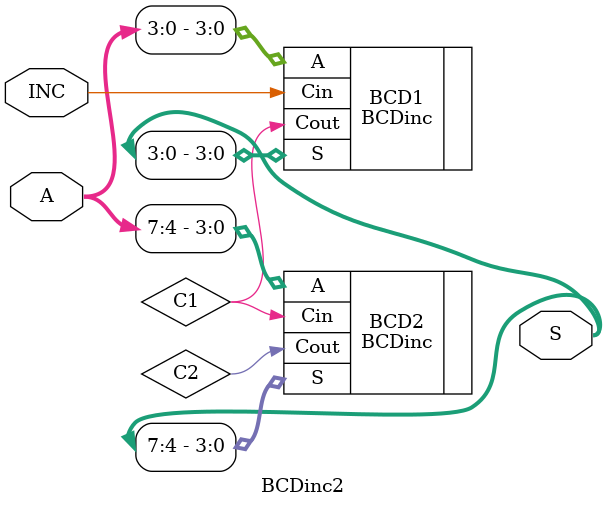
<source format=sv>
module BCDinc2(
  input 	[7:0] A,		// BCD number to be incremented (or not)
  input 	INC,			// When asserted increment the 2-digit BCD number A[7:0]
  output	[7:0] S		// Resulting BCD digit
);

  //////////////////////////////////////////
  // Declare any needed internal signals //
  ////////////////////////////////////////
  logic C1, C2;

  
  /////////////////////////////////////////////////////////
  // Instantiate two instances of BCDinc & interconnect //
  ///////////////////////////////////////////////////////
  BCDinc BCD1(.A(A[3:0]), .Cin(INC), .Cout(C1), .S(S[3:0]));
  BCDinc BCD2(.A(A[7:4]), .Cin(C1), .Cout(C2), .S(S[7:4]));
  
  

endmodule  
</source>
